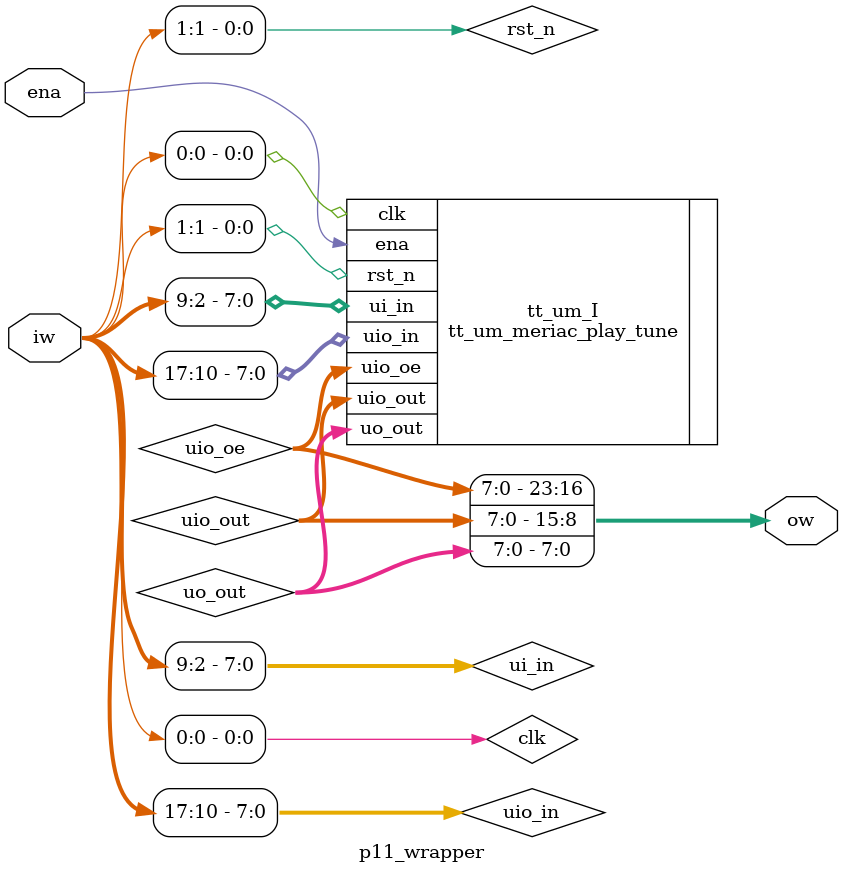
<source format=v>
`default_nettype none

module p11_wrapper (
  input wire ena,
  input wire [17:0] iw,
  output wire [23:0] ow
);

wire [7:0] uio_in;
wire [7:0] uio_out;
wire [7:0] uio_oe;
wire [7:0] uo_out;
wire [7:0] ui_in;
wire clk;
wire rst_n;

assign { uio_in, ui_in, rst_n, clk } = iw;
assign ow = { uio_oe, uio_out, uo_out };

tt_um_meriac_play_tune tt_um_I (
  .uio_in  (uio_in),
  .uio_out (uio_out),
  .uio_oe  (uio_oe),
  .uo_out  (uo_out),
  .ui_in   (ui_in),
  .ena     (ena),
  .clk     (clk),
  .rst_n   (rst_n)
);

endmodule

</source>
